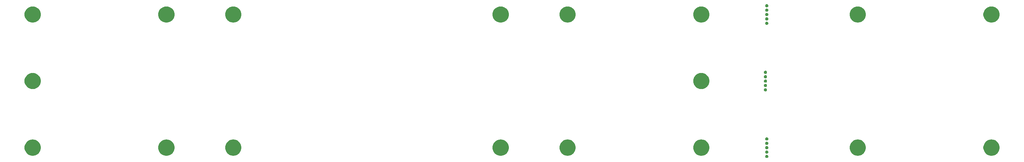
<source format=gbr>
G04 #@! TF.GenerationSoftware,KiCad,Pcbnew,(5.1.2-1)-1*
G04 #@! TF.CreationDate,2020-05-24T08:12:45-05:00*
G04 #@! TF.ProjectId,therick48.16_top_plate,74686572-6963-46b3-9438-2e31365f746f,rev?*
G04 #@! TF.SameCoordinates,Original*
G04 #@! TF.FileFunction,Soldermask,Bot*
G04 #@! TF.FilePolarity,Negative*
%FSLAX46Y46*%
G04 Gerber Fmt 4.6, Leading zero omitted, Abs format (unit mm)*
G04 Created by KiCad (PCBNEW (5.1.2-1)-1) date 2020-05-24 08:12:45*
%MOMM*%
%LPD*%
G04 APERTURE LIST*
%ADD10C,0.100000*%
G04 APERTURE END LIST*
D10*
G36*
X273731552Y-93646331D02*
G01*
X273813627Y-93680328D01*
X273813629Y-93680329D01*
X273850813Y-93705175D01*
X273887495Y-93729685D01*
X273950315Y-93792505D01*
X273999672Y-93866373D01*
X274033669Y-93948448D01*
X274051000Y-94035579D01*
X274051000Y-94124421D01*
X274033669Y-94211552D01*
X273999672Y-94293627D01*
X273999671Y-94293629D01*
X273950314Y-94367496D01*
X273887496Y-94430314D01*
X273813629Y-94479671D01*
X273813628Y-94479672D01*
X273813627Y-94479672D01*
X273731552Y-94513669D01*
X273644421Y-94531000D01*
X273555579Y-94531000D01*
X273468448Y-94513669D01*
X273386373Y-94479672D01*
X273386372Y-94479672D01*
X273386371Y-94479671D01*
X273312504Y-94430314D01*
X273249686Y-94367496D01*
X273200329Y-94293629D01*
X273200328Y-94293627D01*
X273166331Y-94211552D01*
X273149000Y-94124421D01*
X273149000Y-94035579D01*
X273166331Y-93948448D01*
X273200328Y-93866373D01*
X273249685Y-93792505D01*
X273312505Y-93729685D01*
X273349187Y-93705175D01*
X273386371Y-93680329D01*
X273386373Y-93680328D01*
X273468448Y-93646331D01*
X273555579Y-93629000D01*
X273644421Y-93629000D01*
X273731552Y-93646331D01*
X273731552Y-93646331D01*
G37*
G36*
X337888912Y-89323213D02*
G01*
X338111186Y-89367426D01*
X338529941Y-89540880D01*
X338906811Y-89792696D01*
X339227313Y-90113198D01*
X339479129Y-90490068D01*
X339652583Y-90908823D01*
X339741009Y-91353371D01*
X339741009Y-91806629D01*
X339652583Y-92251177D01*
X339479129Y-92669932D01*
X339227313Y-93046802D01*
X338906811Y-93367304D01*
X338529941Y-93619120D01*
X338111186Y-93792574D01*
X337888912Y-93836787D01*
X337666639Y-93881000D01*
X337213379Y-93881000D01*
X336991106Y-93836787D01*
X336768832Y-93792574D01*
X336350077Y-93619120D01*
X335973207Y-93367304D01*
X335652705Y-93046802D01*
X335400889Y-92669932D01*
X335227435Y-92251177D01*
X335139009Y-91806629D01*
X335139009Y-91353371D01*
X335227435Y-90908823D01*
X335400889Y-90490068D01*
X335652705Y-90113198D01*
X335973207Y-89792696D01*
X336350077Y-89540880D01*
X336768832Y-89367426D01*
X336991106Y-89323213D01*
X337213379Y-89279000D01*
X337666639Y-89279000D01*
X337888912Y-89323213D01*
X337888912Y-89323213D01*
G37*
G36*
X299888912Y-89323213D02*
G01*
X300111186Y-89367426D01*
X300529941Y-89540880D01*
X300906811Y-89792696D01*
X301227313Y-90113198D01*
X301479129Y-90490068D01*
X301652583Y-90908823D01*
X301741009Y-91353371D01*
X301741009Y-91806629D01*
X301652583Y-92251177D01*
X301479129Y-92669932D01*
X301227313Y-93046802D01*
X300906811Y-93367304D01*
X300529941Y-93619120D01*
X300111186Y-93792574D01*
X299888912Y-93836787D01*
X299666639Y-93881000D01*
X299213379Y-93881000D01*
X298991106Y-93836787D01*
X298768832Y-93792574D01*
X298350077Y-93619120D01*
X297973207Y-93367304D01*
X297652705Y-93046802D01*
X297400889Y-92669932D01*
X297227435Y-92251177D01*
X297139009Y-91806629D01*
X297139009Y-91353371D01*
X297227435Y-90908823D01*
X297400889Y-90490068D01*
X297652705Y-90113198D01*
X297973207Y-89792696D01*
X298350077Y-89540880D01*
X298768832Y-89367426D01*
X298991106Y-89323213D01*
X299213379Y-89279000D01*
X299666639Y-89279000D01*
X299888912Y-89323213D01*
X299888912Y-89323213D01*
G37*
G36*
X255428903Y-89323213D02*
G01*
X255651177Y-89367426D01*
X256069932Y-89540880D01*
X256446802Y-89792696D01*
X256767304Y-90113198D01*
X257019120Y-90490068D01*
X257192574Y-90908823D01*
X257281000Y-91353371D01*
X257281000Y-91806629D01*
X257192574Y-92251177D01*
X257019120Y-92669932D01*
X256767304Y-93046802D01*
X256446802Y-93367304D01*
X256069932Y-93619120D01*
X255651177Y-93792574D01*
X255428903Y-93836787D01*
X255206630Y-93881000D01*
X254753370Y-93881000D01*
X254531097Y-93836787D01*
X254308823Y-93792574D01*
X253890068Y-93619120D01*
X253513198Y-93367304D01*
X253192696Y-93046802D01*
X252940880Y-92669932D01*
X252767426Y-92251177D01*
X252679000Y-91806629D01*
X252679000Y-91353371D01*
X252767426Y-90908823D01*
X252940880Y-90490068D01*
X253192696Y-90113198D01*
X253513198Y-89792696D01*
X253890068Y-89540880D01*
X254308823Y-89367426D01*
X254531097Y-89323213D01*
X254753370Y-89279000D01*
X255206630Y-89279000D01*
X255428903Y-89323213D01*
X255428903Y-89323213D01*
G37*
G36*
X217428903Y-89323213D02*
G01*
X217651177Y-89367426D01*
X218069932Y-89540880D01*
X218446802Y-89792696D01*
X218767304Y-90113198D01*
X219019120Y-90490068D01*
X219192574Y-90908823D01*
X219281000Y-91353371D01*
X219281000Y-91806629D01*
X219192574Y-92251177D01*
X219019120Y-92669932D01*
X218767304Y-93046802D01*
X218446802Y-93367304D01*
X218069932Y-93619120D01*
X217651177Y-93792574D01*
X217428903Y-93836787D01*
X217206630Y-93881000D01*
X216753370Y-93881000D01*
X216531097Y-93836787D01*
X216308823Y-93792574D01*
X215890068Y-93619120D01*
X215513198Y-93367304D01*
X215192696Y-93046802D01*
X214940880Y-92669932D01*
X214767426Y-92251177D01*
X214679000Y-91806629D01*
X214679000Y-91353371D01*
X214767426Y-90908823D01*
X214940880Y-90490068D01*
X215192696Y-90113198D01*
X215513198Y-89792696D01*
X215890068Y-89540880D01*
X216308823Y-89367426D01*
X216531097Y-89323213D01*
X216753370Y-89279000D01*
X217206630Y-89279000D01*
X217428903Y-89323213D01*
X217428903Y-89323213D01*
G37*
G36*
X198428903Y-89323213D02*
G01*
X198651177Y-89367426D01*
X199069932Y-89540880D01*
X199446802Y-89792696D01*
X199767304Y-90113198D01*
X200019120Y-90490068D01*
X200192574Y-90908823D01*
X200281000Y-91353371D01*
X200281000Y-91806629D01*
X200192574Y-92251177D01*
X200019120Y-92669932D01*
X199767304Y-93046802D01*
X199446802Y-93367304D01*
X199069932Y-93619120D01*
X198651177Y-93792574D01*
X198428903Y-93836787D01*
X198206630Y-93881000D01*
X197753370Y-93881000D01*
X197531097Y-93836787D01*
X197308823Y-93792574D01*
X196890068Y-93619120D01*
X196513198Y-93367304D01*
X196192696Y-93046802D01*
X195940880Y-92669932D01*
X195767426Y-92251177D01*
X195679000Y-91806629D01*
X195679000Y-91353371D01*
X195767426Y-90908823D01*
X195940880Y-90490068D01*
X196192696Y-90113198D01*
X196513198Y-89792696D01*
X196890068Y-89540880D01*
X197308823Y-89367426D01*
X197531097Y-89323213D01*
X197753370Y-89279000D01*
X198206630Y-89279000D01*
X198428903Y-89323213D01*
X198428903Y-89323213D01*
G37*
G36*
X122428903Y-89323213D02*
G01*
X122651177Y-89367426D01*
X123069932Y-89540880D01*
X123446802Y-89792696D01*
X123767304Y-90113198D01*
X124019120Y-90490068D01*
X124192574Y-90908823D01*
X124281000Y-91353371D01*
X124281000Y-91806629D01*
X124192574Y-92251177D01*
X124019120Y-92669932D01*
X123767304Y-93046802D01*
X123446802Y-93367304D01*
X123069932Y-93619120D01*
X122651177Y-93792574D01*
X122428903Y-93836787D01*
X122206630Y-93881000D01*
X121753370Y-93881000D01*
X121531097Y-93836787D01*
X121308823Y-93792574D01*
X120890068Y-93619120D01*
X120513198Y-93367304D01*
X120192696Y-93046802D01*
X119940880Y-92669932D01*
X119767426Y-92251177D01*
X119679000Y-91806629D01*
X119679000Y-91353371D01*
X119767426Y-90908823D01*
X119940880Y-90490068D01*
X120192696Y-90113198D01*
X120513198Y-89792696D01*
X120890068Y-89540880D01*
X121308823Y-89367426D01*
X121531097Y-89323213D01*
X121753370Y-89279000D01*
X122206630Y-89279000D01*
X122428903Y-89323213D01*
X122428903Y-89323213D01*
G37*
G36*
X103428903Y-89323213D02*
G01*
X103651177Y-89367426D01*
X104069932Y-89540880D01*
X104446802Y-89792696D01*
X104767304Y-90113198D01*
X105019120Y-90490068D01*
X105192574Y-90908823D01*
X105281000Y-91353371D01*
X105281000Y-91806629D01*
X105192574Y-92251177D01*
X105019120Y-92669932D01*
X104767304Y-93046802D01*
X104446802Y-93367304D01*
X104069932Y-93619120D01*
X103651177Y-93792574D01*
X103428903Y-93836787D01*
X103206630Y-93881000D01*
X102753370Y-93881000D01*
X102531097Y-93836787D01*
X102308823Y-93792574D01*
X101890068Y-93619120D01*
X101513198Y-93367304D01*
X101192696Y-93046802D01*
X100940880Y-92669932D01*
X100767426Y-92251177D01*
X100679000Y-91806629D01*
X100679000Y-91353371D01*
X100767426Y-90908823D01*
X100940880Y-90490068D01*
X101192696Y-90113198D01*
X101513198Y-89792696D01*
X101890068Y-89540880D01*
X102308823Y-89367426D01*
X102531097Y-89323213D01*
X102753370Y-89279000D01*
X103206630Y-89279000D01*
X103428903Y-89323213D01*
X103428903Y-89323213D01*
G37*
G36*
X65428903Y-89323213D02*
G01*
X65651177Y-89367426D01*
X66069932Y-89540880D01*
X66446802Y-89792696D01*
X66767304Y-90113198D01*
X67019120Y-90490068D01*
X67192574Y-90908823D01*
X67281000Y-91353371D01*
X67281000Y-91806629D01*
X67192574Y-92251177D01*
X67019120Y-92669932D01*
X66767304Y-93046802D01*
X66446802Y-93367304D01*
X66069932Y-93619120D01*
X65651177Y-93792574D01*
X65428903Y-93836787D01*
X65206630Y-93881000D01*
X64753370Y-93881000D01*
X64531097Y-93836787D01*
X64308823Y-93792574D01*
X63890068Y-93619120D01*
X63513198Y-93367304D01*
X63192696Y-93046802D01*
X62940880Y-92669932D01*
X62767426Y-92251177D01*
X62679000Y-91806629D01*
X62679000Y-91353371D01*
X62767426Y-90908823D01*
X62940880Y-90490068D01*
X63192696Y-90113198D01*
X63513198Y-89792696D01*
X63890068Y-89540880D01*
X64308823Y-89367426D01*
X64531097Y-89323213D01*
X64753370Y-89279000D01*
X65206630Y-89279000D01*
X65428903Y-89323213D01*
X65428903Y-89323213D01*
G37*
G36*
X273731552Y-92396331D02*
G01*
X273813627Y-92430328D01*
X273813629Y-92430329D01*
X273850813Y-92455175D01*
X273887495Y-92479685D01*
X273950315Y-92542505D01*
X273999672Y-92616373D01*
X274033669Y-92698448D01*
X274051000Y-92785579D01*
X274051000Y-92874421D01*
X274033669Y-92961552D01*
X273999672Y-93043627D01*
X273999671Y-93043629D01*
X273950314Y-93117496D01*
X273887496Y-93180314D01*
X273813629Y-93229671D01*
X273813628Y-93229672D01*
X273813627Y-93229672D01*
X273731552Y-93263669D01*
X273644421Y-93281000D01*
X273555579Y-93281000D01*
X273468448Y-93263669D01*
X273386373Y-93229672D01*
X273386372Y-93229672D01*
X273386371Y-93229671D01*
X273312504Y-93180314D01*
X273249686Y-93117496D01*
X273200329Y-93043629D01*
X273200328Y-93043627D01*
X273166331Y-92961552D01*
X273149000Y-92874421D01*
X273149000Y-92785579D01*
X273166331Y-92698448D01*
X273200328Y-92616373D01*
X273249685Y-92542505D01*
X273312505Y-92479685D01*
X273349187Y-92455175D01*
X273386371Y-92430329D01*
X273386373Y-92430328D01*
X273468448Y-92396331D01*
X273555579Y-92379000D01*
X273644421Y-92379000D01*
X273731552Y-92396331D01*
X273731552Y-92396331D01*
G37*
G36*
X273731552Y-91146331D02*
G01*
X273813627Y-91180328D01*
X273813629Y-91180329D01*
X273887496Y-91229686D01*
X273950314Y-91292504D01*
X273990985Y-91353371D01*
X273999672Y-91366373D01*
X274033669Y-91448448D01*
X274051000Y-91535579D01*
X274051000Y-91624421D01*
X274033669Y-91711552D01*
X273999672Y-91793627D01*
X273999671Y-91793629D01*
X273950314Y-91867496D01*
X273887496Y-91930314D01*
X273813629Y-91979671D01*
X273813628Y-91979672D01*
X273813627Y-91979672D01*
X273731552Y-92013669D01*
X273644421Y-92031000D01*
X273555579Y-92031000D01*
X273468448Y-92013669D01*
X273386373Y-91979672D01*
X273386372Y-91979672D01*
X273386371Y-91979671D01*
X273312504Y-91930314D01*
X273249686Y-91867496D01*
X273200329Y-91793629D01*
X273200328Y-91793627D01*
X273166331Y-91711552D01*
X273149000Y-91624421D01*
X273149000Y-91535579D01*
X273166331Y-91448448D01*
X273200328Y-91366373D01*
X273209016Y-91353371D01*
X273249686Y-91292504D01*
X273312504Y-91229686D01*
X273386371Y-91180329D01*
X273386373Y-91180328D01*
X273468448Y-91146331D01*
X273555579Y-91129000D01*
X273644421Y-91129000D01*
X273731552Y-91146331D01*
X273731552Y-91146331D01*
G37*
G36*
X273731552Y-89896331D02*
G01*
X273813627Y-89930328D01*
X273813629Y-89930329D01*
X273887496Y-89979686D01*
X273950314Y-90042504D01*
X273997552Y-90113199D01*
X273999672Y-90116373D01*
X274033669Y-90198448D01*
X274051000Y-90285579D01*
X274051000Y-90374421D01*
X274033669Y-90461552D01*
X274021856Y-90490070D01*
X273999671Y-90543629D01*
X273950314Y-90617496D01*
X273887496Y-90680314D01*
X273813629Y-90729671D01*
X273813628Y-90729672D01*
X273813627Y-90729672D01*
X273731552Y-90763669D01*
X273644421Y-90781000D01*
X273555579Y-90781000D01*
X273468448Y-90763669D01*
X273386373Y-90729672D01*
X273386372Y-90729672D01*
X273386371Y-90729671D01*
X273312504Y-90680314D01*
X273249686Y-90617496D01*
X273200329Y-90543629D01*
X273178144Y-90490070D01*
X273166331Y-90461552D01*
X273149000Y-90374421D01*
X273149000Y-90285579D01*
X273166331Y-90198448D01*
X273200328Y-90116373D01*
X273202449Y-90113199D01*
X273249686Y-90042504D01*
X273312504Y-89979686D01*
X273386371Y-89930329D01*
X273386373Y-89930328D01*
X273468448Y-89896331D01*
X273555579Y-89879000D01*
X273644421Y-89879000D01*
X273731552Y-89896331D01*
X273731552Y-89896331D01*
G37*
G36*
X273731552Y-88646331D02*
G01*
X273813627Y-88680328D01*
X273813629Y-88680329D01*
X273850813Y-88705175D01*
X273887495Y-88729685D01*
X273950315Y-88792505D01*
X273999672Y-88866373D01*
X274033669Y-88948448D01*
X274051000Y-89035579D01*
X274051000Y-89124421D01*
X274033669Y-89211552D01*
X273999672Y-89293627D01*
X273999671Y-89293629D01*
X273950314Y-89367496D01*
X273887496Y-89430314D01*
X273813629Y-89479671D01*
X273813628Y-89479672D01*
X273813627Y-89479672D01*
X273731552Y-89513669D01*
X273644421Y-89531000D01*
X273555579Y-89531000D01*
X273468448Y-89513669D01*
X273386373Y-89479672D01*
X273386372Y-89479672D01*
X273386371Y-89479671D01*
X273312504Y-89430314D01*
X273249686Y-89367496D01*
X273200329Y-89293629D01*
X273200328Y-89293627D01*
X273166331Y-89211552D01*
X273149000Y-89124421D01*
X273149000Y-89035579D01*
X273166331Y-88948448D01*
X273200328Y-88866373D01*
X273249685Y-88792505D01*
X273312505Y-88729685D01*
X273349187Y-88705175D01*
X273386371Y-88680329D01*
X273386373Y-88680328D01*
X273468448Y-88646331D01*
X273555579Y-88629000D01*
X273644421Y-88629000D01*
X273731552Y-88646331D01*
X273731552Y-88646331D01*
G37*
G36*
X273351552Y-74646331D02*
G01*
X273433627Y-74680328D01*
X273433629Y-74680329D01*
X273470813Y-74705175D01*
X273507495Y-74729685D01*
X273570315Y-74792505D01*
X273619672Y-74866373D01*
X273653669Y-74948448D01*
X273671000Y-75035579D01*
X273671000Y-75124421D01*
X273653669Y-75211552D01*
X273619672Y-75293627D01*
X273619671Y-75293629D01*
X273570314Y-75367496D01*
X273507496Y-75430314D01*
X273433629Y-75479671D01*
X273433628Y-75479672D01*
X273433627Y-75479672D01*
X273351552Y-75513669D01*
X273264421Y-75531000D01*
X273175579Y-75531000D01*
X273088448Y-75513669D01*
X273006373Y-75479672D01*
X273006372Y-75479672D01*
X273006371Y-75479671D01*
X272932504Y-75430314D01*
X272869686Y-75367496D01*
X272820329Y-75293629D01*
X272820328Y-75293627D01*
X272786331Y-75211552D01*
X272769000Y-75124421D01*
X272769000Y-75035579D01*
X272786331Y-74948448D01*
X272820328Y-74866373D01*
X272869685Y-74792505D01*
X272932505Y-74729685D01*
X272969187Y-74705175D01*
X273006371Y-74680329D01*
X273006373Y-74680328D01*
X273088448Y-74646331D01*
X273175579Y-74629000D01*
X273264421Y-74629000D01*
X273351552Y-74646331D01*
X273351552Y-74646331D01*
G37*
G36*
X255428903Y-70323213D02*
G01*
X255651177Y-70367426D01*
X256069932Y-70540880D01*
X256446802Y-70792696D01*
X256767304Y-71113198D01*
X257019120Y-71490068D01*
X257192574Y-71908823D01*
X257281000Y-72353371D01*
X257281000Y-72806629D01*
X257192574Y-73251177D01*
X257019120Y-73669932D01*
X256767304Y-74046802D01*
X256446802Y-74367304D01*
X256069932Y-74619120D01*
X255651177Y-74792574D01*
X255428903Y-74836787D01*
X255206630Y-74881000D01*
X254753370Y-74881000D01*
X254531097Y-74836787D01*
X254308823Y-74792574D01*
X253890068Y-74619120D01*
X253513198Y-74367304D01*
X253192696Y-74046802D01*
X252940880Y-73669932D01*
X252767426Y-73251177D01*
X252679000Y-72806629D01*
X252679000Y-72353371D01*
X252767426Y-71908823D01*
X252940880Y-71490068D01*
X253192696Y-71113198D01*
X253513198Y-70792696D01*
X253890068Y-70540880D01*
X254308823Y-70367426D01*
X254531097Y-70323213D01*
X254753370Y-70279000D01*
X255206630Y-70279000D01*
X255428903Y-70323213D01*
X255428903Y-70323213D01*
G37*
G36*
X65428903Y-70323213D02*
G01*
X65651177Y-70367426D01*
X66069932Y-70540880D01*
X66446802Y-70792696D01*
X66767304Y-71113198D01*
X67019120Y-71490068D01*
X67192574Y-71908823D01*
X67281000Y-72353371D01*
X67281000Y-72806629D01*
X67192574Y-73251177D01*
X67019120Y-73669932D01*
X66767304Y-74046802D01*
X66446802Y-74367304D01*
X66069932Y-74619120D01*
X65651177Y-74792574D01*
X65428903Y-74836787D01*
X65206630Y-74881000D01*
X64753370Y-74881000D01*
X64531097Y-74836787D01*
X64308823Y-74792574D01*
X63890068Y-74619120D01*
X63513198Y-74367304D01*
X63192696Y-74046802D01*
X62940880Y-73669932D01*
X62767426Y-73251177D01*
X62679000Y-72806629D01*
X62679000Y-72353371D01*
X62767426Y-71908823D01*
X62940880Y-71490068D01*
X63192696Y-71113198D01*
X63513198Y-70792696D01*
X63890068Y-70540880D01*
X64308823Y-70367426D01*
X64531097Y-70323213D01*
X64753370Y-70279000D01*
X65206630Y-70279000D01*
X65428903Y-70323213D01*
X65428903Y-70323213D01*
G37*
G36*
X273351552Y-73396331D02*
G01*
X273433627Y-73430328D01*
X273433629Y-73430329D01*
X273470813Y-73455175D01*
X273507495Y-73479685D01*
X273570315Y-73542505D01*
X273619672Y-73616373D01*
X273653669Y-73698448D01*
X273671000Y-73785579D01*
X273671000Y-73874421D01*
X273653669Y-73961552D01*
X273619672Y-74043627D01*
X273619671Y-74043629D01*
X273570314Y-74117496D01*
X273507496Y-74180314D01*
X273433629Y-74229671D01*
X273433628Y-74229672D01*
X273433627Y-74229672D01*
X273351552Y-74263669D01*
X273264421Y-74281000D01*
X273175579Y-74281000D01*
X273088448Y-74263669D01*
X273006373Y-74229672D01*
X273006372Y-74229672D01*
X273006371Y-74229671D01*
X272932504Y-74180314D01*
X272869686Y-74117496D01*
X272820329Y-74043629D01*
X272820328Y-74043627D01*
X272786331Y-73961552D01*
X272769000Y-73874421D01*
X272769000Y-73785579D01*
X272786331Y-73698448D01*
X272820328Y-73616373D01*
X272869685Y-73542505D01*
X272932505Y-73479685D01*
X272969187Y-73455175D01*
X273006371Y-73430329D01*
X273006373Y-73430328D01*
X273088448Y-73396331D01*
X273175579Y-73379000D01*
X273264421Y-73379000D01*
X273351552Y-73396331D01*
X273351552Y-73396331D01*
G37*
G36*
X273351552Y-72146331D02*
G01*
X273433627Y-72180328D01*
X273433629Y-72180329D01*
X273507496Y-72229686D01*
X273570314Y-72292504D01*
X273610985Y-72353371D01*
X273619672Y-72366373D01*
X273653669Y-72448448D01*
X273671000Y-72535579D01*
X273671000Y-72624421D01*
X273653669Y-72711552D01*
X273619672Y-72793627D01*
X273619671Y-72793629D01*
X273570314Y-72867496D01*
X273507496Y-72930314D01*
X273433629Y-72979671D01*
X273433628Y-72979672D01*
X273433627Y-72979672D01*
X273351552Y-73013669D01*
X273264421Y-73031000D01*
X273175579Y-73031000D01*
X273088448Y-73013669D01*
X273006373Y-72979672D01*
X273006372Y-72979672D01*
X273006371Y-72979671D01*
X272932504Y-72930314D01*
X272869686Y-72867496D01*
X272820329Y-72793629D01*
X272820328Y-72793627D01*
X272786331Y-72711552D01*
X272769000Y-72624421D01*
X272769000Y-72535579D01*
X272786331Y-72448448D01*
X272820328Y-72366373D01*
X272829016Y-72353371D01*
X272869686Y-72292504D01*
X272932504Y-72229686D01*
X273006371Y-72180329D01*
X273006373Y-72180328D01*
X273088448Y-72146331D01*
X273175579Y-72129000D01*
X273264421Y-72129000D01*
X273351552Y-72146331D01*
X273351552Y-72146331D01*
G37*
G36*
X273351552Y-70896331D02*
G01*
X273433627Y-70930328D01*
X273433629Y-70930329D01*
X273507496Y-70979686D01*
X273570314Y-71042504D01*
X273617552Y-71113199D01*
X273619672Y-71116373D01*
X273653669Y-71198448D01*
X273671000Y-71285579D01*
X273671000Y-71374421D01*
X273653669Y-71461552D01*
X273641856Y-71490070D01*
X273619671Y-71543629D01*
X273570314Y-71617496D01*
X273507496Y-71680314D01*
X273433629Y-71729671D01*
X273433628Y-71729672D01*
X273433627Y-71729672D01*
X273351552Y-71763669D01*
X273264421Y-71781000D01*
X273175579Y-71781000D01*
X273088448Y-71763669D01*
X273006373Y-71729672D01*
X273006372Y-71729672D01*
X273006371Y-71729671D01*
X272932504Y-71680314D01*
X272869686Y-71617496D01*
X272820329Y-71543629D01*
X272798144Y-71490070D01*
X272786331Y-71461552D01*
X272769000Y-71374421D01*
X272769000Y-71285579D01*
X272786331Y-71198448D01*
X272820328Y-71116373D01*
X272822449Y-71113199D01*
X272869686Y-71042504D01*
X272932504Y-70979686D01*
X273006371Y-70930329D01*
X273006373Y-70930328D01*
X273088448Y-70896331D01*
X273175579Y-70879000D01*
X273264421Y-70879000D01*
X273351552Y-70896331D01*
X273351552Y-70896331D01*
G37*
G36*
X273351552Y-69646331D02*
G01*
X273433627Y-69680328D01*
X273433629Y-69680329D01*
X273470813Y-69705175D01*
X273507495Y-69729685D01*
X273570315Y-69792505D01*
X273619672Y-69866373D01*
X273653669Y-69948448D01*
X273671000Y-70035579D01*
X273671000Y-70124421D01*
X273653669Y-70211552D01*
X273619672Y-70293627D01*
X273619671Y-70293629D01*
X273570314Y-70367496D01*
X273507496Y-70430314D01*
X273433629Y-70479671D01*
X273433628Y-70479672D01*
X273433627Y-70479672D01*
X273351552Y-70513669D01*
X273264421Y-70531000D01*
X273175579Y-70531000D01*
X273088448Y-70513669D01*
X273006373Y-70479672D01*
X273006372Y-70479672D01*
X273006371Y-70479671D01*
X272932504Y-70430314D01*
X272869686Y-70367496D01*
X272820329Y-70293629D01*
X272820328Y-70293627D01*
X272786331Y-70211552D01*
X272769000Y-70124421D01*
X272769000Y-70035579D01*
X272786331Y-69948448D01*
X272820328Y-69866373D01*
X272869685Y-69792505D01*
X272932505Y-69729685D01*
X272969187Y-69705175D01*
X273006371Y-69680329D01*
X273006373Y-69680328D01*
X273088448Y-69646331D01*
X273175579Y-69629000D01*
X273264421Y-69629000D01*
X273351552Y-69646331D01*
X273351552Y-69646331D01*
G37*
G36*
X273731552Y-55646331D02*
G01*
X273813627Y-55680328D01*
X273813629Y-55680329D01*
X273850813Y-55705175D01*
X273887495Y-55729685D01*
X273950315Y-55792505D01*
X273999672Y-55866373D01*
X274033669Y-55948448D01*
X274051000Y-56035579D01*
X274051000Y-56124421D01*
X274033669Y-56211552D01*
X273999672Y-56293627D01*
X273999671Y-56293629D01*
X273950314Y-56367496D01*
X273887496Y-56430314D01*
X273813629Y-56479671D01*
X273813628Y-56479672D01*
X273813627Y-56479672D01*
X273731552Y-56513669D01*
X273644421Y-56531000D01*
X273555579Y-56531000D01*
X273468448Y-56513669D01*
X273386373Y-56479672D01*
X273386372Y-56479672D01*
X273386371Y-56479671D01*
X273312504Y-56430314D01*
X273249686Y-56367496D01*
X273200329Y-56293629D01*
X273200328Y-56293627D01*
X273166331Y-56211552D01*
X273149000Y-56124421D01*
X273149000Y-56035579D01*
X273166331Y-55948448D01*
X273200328Y-55866373D01*
X273249685Y-55792505D01*
X273312505Y-55729685D01*
X273349187Y-55705175D01*
X273386371Y-55680329D01*
X273386373Y-55680328D01*
X273468448Y-55646331D01*
X273555579Y-55629000D01*
X273644421Y-55629000D01*
X273731552Y-55646331D01*
X273731552Y-55646331D01*
G37*
G36*
X299888912Y-51323213D02*
G01*
X300111186Y-51367426D01*
X300529941Y-51540880D01*
X300906811Y-51792696D01*
X301227313Y-52113198D01*
X301479129Y-52490068D01*
X301652583Y-52908823D01*
X301741009Y-53353371D01*
X301741009Y-53806629D01*
X301652583Y-54251177D01*
X301479129Y-54669932D01*
X301227313Y-55046802D01*
X300906811Y-55367304D01*
X300529941Y-55619120D01*
X300111186Y-55792574D01*
X299888912Y-55836787D01*
X299666639Y-55881000D01*
X299213379Y-55881000D01*
X298991106Y-55836787D01*
X298768832Y-55792574D01*
X298350077Y-55619120D01*
X297973207Y-55367304D01*
X297652705Y-55046802D01*
X297400889Y-54669932D01*
X297227435Y-54251177D01*
X297139009Y-53806629D01*
X297139009Y-53353371D01*
X297227435Y-52908823D01*
X297400889Y-52490068D01*
X297652705Y-52113198D01*
X297973207Y-51792696D01*
X298350077Y-51540880D01*
X298768832Y-51367426D01*
X298991106Y-51323213D01*
X299213379Y-51279000D01*
X299666639Y-51279000D01*
X299888912Y-51323213D01*
X299888912Y-51323213D01*
G37*
G36*
X337888912Y-51323213D02*
G01*
X338111186Y-51367426D01*
X338529941Y-51540880D01*
X338906811Y-51792696D01*
X339227313Y-52113198D01*
X339479129Y-52490068D01*
X339652583Y-52908823D01*
X339741009Y-53353371D01*
X339741009Y-53806629D01*
X339652583Y-54251177D01*
X339479129Y-54669932D01*
X339227313Y-55046802D01*
X338906811Y-55367304D01*
X338529941Y-55619120D01*
X338111186Y-55792574D01*
X337888912Y-55836787D01*
X337666639Y-55881000D01*
X337213379Y-55881000D01*
X336991106Y-55836787D01*
X336768832Y-55792574D01*
X336350077Y-55619120D01*
X335973207Y-55367304D01*
X335652705Y-55046802D01*
X335400889Y-54669932D01*
X335227435Y-54251177D01*
X335139009Y-53806629D01*
X335139009Y-53353371D01*
X335227435Y-52908823D01*
X335400889Y-52490068D01*
X335652705Y-52113198D01*
X335973207Y-51792696D01*
X336350077Y-51540880D01*
X336768832Y-51367426D01*
X336991106Y-51323213D01*
X337213379Y-51279000D01*
X337666639Y-51279000D01*
X337888912Y-51323213D01*
X337888912Y-51323213D01*
G37*
G36*
X255428903Y-51323213D02*
G01*
X255651177Y-51367426D01*
X256069932Y-51540880D01*
X256446802Y-51792696D01*
X256767304Y-52113198D01*
X257019120Y-52490068D01*
X257192574Y-52908823D01*
X257281000Y-53353371D01*
X257281000Y-53806629D01*
X257192574Y-54251177D01*
X257019120Y-54669932D01*
X256767304Y-55046802D01*
X256446802Y-55367304D01*
X256069932Y-55619120D01*
X255651177Y-55792574D01*
X255428903Y-55836787D01*
X255206630Y-55881000D01*
X254753370Y-55881000D01*
X254531097Y-55836787D01*
X254308823Y-55792574D01*
X253890068Y-55619120D01*
X253513198Y-55367304D01*
X253192696Y-55046802D01*
X252940880Y-54669932D01*
X252767426Y-54251177D01*
X252679000Y-53806629D01*
X252679000Y-53353371D01*
X252767426Y-52908823D01*
X252940880Y-52490068D01*
X253192696Y-52113198D01*
X253513198Y-51792696D01*
X253890068Y-51540880D01*
X254308823Y-51367426D01*
X254531097Y-51323213D01*
X254753370Y-51279000D01*
X255206630Y-51279000D01*
X255428903Y-51323213D01*
X255428903Y-51323213D01*
G37*
G36*
X65428903Y-51323213D02*
G01*
X65651177Y-51367426D01*
X66069932Y-51540880D01*
X66446802Y-51792696D01*
X66767304Y-52113198D01*
X67019120Y-52490068D01*
X67192574Y-52908823D01*
X67281000Y-53353371D01*
X67281000Y-53806629D01*
X67192574Y-54251177D01*
X67019120Y-54669932D01*
X66767304Y-55046802D01*
X66446802Y-55367304D01*
X66069932Y-55619120D01*
X65651177Y-55792574D01*
X65428903Y-55836787D01*
X65206630Y-55881000D01*
X64753370Y-55881000D01*
X64531097Y-55836787D01*
X64308823Y-55792574D01*
X63890068Y-55619120D01*
X63513198Y-55367304D01*
X63192696Y-55046802D01*
X62940880Y-54669932D01*
X62767426Y-54251177D01*
X62679000Y-53806629D01*
X62679000Y-53353371D01*
X62767426Y-52908823D01*
X62940880Y-52490068D01*
X63192696Y-52113198D01*
X63513198Y-51792696D01*
X63890068Y-51540880D01*
X64308823Y-51367426D01*
X64531097Y-51323213D01*
X64753370Y-51279000D01*
X65206630Y-51279000D01*
X65428903Y-51323213D01*
X65428903Y-51323213D01*
G37*
G36*
X217428903Y-51323213D02*
G01*
X217651177Y-51367426D01*
X218069932Y-51540880D01*
X218446802Y-51792696D01*
X218767304Y-52113198D01*
X219019120Y-52490068D01*
X219192574Y-52908823D01*
X219281000Y-53353371D01*
X219281000Y-53806629D01*
X219192574Y-54251177D01*
X219019120Y-54669932D01*
X218767304Y-55046802D01*
X218446802Y-55367304D01*
X218069932Y-55619120D01*
X217651177Y-55792574D01*
X217428903Y-55836787D01*
X217206630Y-55881000D01*
X216753370Y-55881000D01*
X216531097Y-55836787D01*
X216308823Y-55792574D01*
X215890068Y-55619120D01*
X215513198Y-55367304D01*
X215192696Y-55046802D01*
X214940880Y-54669932D01*
X214767426Y-54251177D01*
X214679000Y-53806629D01*
X214679000Y-53353371D01*
X214767426Y-52908823D01*
X214940880Y-52490068D01*
X215192696Y-52113198D01*
X215513198Y-51792696D01*
X215890068Y-51540880D01*
X216308823Y-51367426D01*
X216531097Y-51323213D01*
X216753370Y-51279000D01*
X217206630Y-51279000D01*
X217428903Y-51323213D01*
X217428903Y-51323213D01*
G37*
G36*
X198428903Y-51323213D02*
G01*
X198651177Y-51367426D01*
X199069932Y-51540880D01*
X199446802Y-51792696D01*
X199767304Y-52113198D01*
X200019120Y-52490068D01*
X200192574Y-52908823D01*
X200281000Y-53353371D01*
X200281000Y-53806629D01*
X200192574Y-54251177D01*
X200019120Y-54669932D01*
X199767304Y-55046802D01*
X199446802Y-55367304D01*
X199069932Y-55619120D01*
X198651177Y-55792574D01*
X198428903Y-55836787D01*
X198206630Y-55881000D01*
X197753370Y-55881000D01*
X197531097Y-55836787D01*
X197308823Y-55792574D01*
X196890068Y-55619120D01*
X196513198Y-55367304D01*
X196192696Y-55046802D01*
X195940880Y-54669932D01*
X195767426Y-54251177D01*
X195679000Y-53806629D01*
X195679000Y-53353371D01*
X195767426Y-52908823D01*
X195940880Y-52490068D01*
X196192696Y-52113198D01*
X196513198Y-51792696D01*
X196890068Y-51540880D01*
X197308823Y-51367426D01*
X197531097Y-51323213D01*
X197753370Y-51279000D01*
X198206630Y-51279000D01*
X198428903Y-51323213D01*
X198428903Y-51323213D01*
G37*
G36*
X122428903Y-51323213D02*
G01*
X122651177Y-51367426D01*
X123069932Y-51540880D01*
X123446802Y-51792696D01*
X123767304Y-52113198D01*
X124019120Y-52490068D01*
X124192574Y-52908823D01*
X124281000Y-53353371D01*
X124281000Y-53806629D01*
X124192574Y-54251177D01*
X124019120Y-54669932D01*
X123767304Y-55046802D01*
X123446802Y-55367304D01*
X123069932Y-55619120D01*
X122651177Y-55792574D01*
X122428903Y-55836787D01*
X122206630Y-55881000D01*
X121753370Y-55881000D01*
X121531097Y-55836787D01*
X121308823Y-55792574D01*
X120890068Y-55619120D01*
X120513198Y-55367304D01*
X120192696Y-55046802D01*
X119940880Y-54669932D01*
X119767426Y-54251177D01*
X119679000Y-53806629D01*
X119679000Y-53353371D01*
X119767426Y-52908823D01*
X119940880Y-52490068D01*
X120192696Y-52113198D01*
X120513198Y-51792696D01*
X120890068Y-51540880D01*
X121308823Y-51367426D01*
X121531097Y-51323213D01*
X121753370Y-51279000D01*
X122206630Y-51279000D01*
X122428903Y-51323213D01*
X122428903Y-51323213D01*
G37*
G36*
X103428903Y-51323213D02*
G01*
X103651177Y-51367426D01*
X104069932Y-51540880D01*
X104446802Y-51792696D01*
X104767304Y-52113198D01*
X105019120Y-52490068D01*
X105192574Y-52908823D01*
X105281000Y-53353371D01*
X105281000Y-53806629D01*
X105192574Y-54251177D01*
X105019120Y-54669932D01*
X104767304Y-55046802D01*
X104446802Y-55367304D01*
X104069932Y-55619120D01*
X103651177Y-55792574D01*
X103428903Y-55836787D01*
X103206630Y-55881000D01*
X102753370Y-55881000D01*
X102531097Y-55836787D01*
X102308823Y-55792574D01*
X101890068Y-55619120D01*
X101513198Y-55367304D01*
X101192696Y-55046802D01*
X100940880Y-54669932D01*
X100767426Y-54251177D01*
X100679000Y-53806629D01*
X100679000Y-53353371D01*
X100767426Y-52908823D01*
X100940880Y-52490068D01*
X101192696Y-52113198D01*
X101513198Y-51792696D01*
X101890068Y-51540880D01*
X102308823Y-51367426D01*
X102531097Y-51323213D01*
X102753370Y-51279000D01*
X103206630Y-51279000D01*
X103428903Y-51323213D01*
X103428903Y-51323213D01*
G37*
G36*
X273731552Y-54396331D02*
G01*
X273813627Y-54430328D01*
X273813629Y-54430329D01*
X273850813Y-54455175D01*
X273887495Y-54479685D01*
X273950315Y-54542505D01*
X273999672Y-54616373D01*
X274033669Y-54698448D01*
X274051000Y-54785579D01*
X274051000Y-54874421D01*
X274033669Y-54961552D01*
X273999672Y-55043627D01*
X273999671Y-55043629D01*
X273950314Y-55117496D01*
X273887496Y-55180314D01*
X273813629Y-55229671D01*
X273813628Y-55229672D01*
X273813627Y-55229672D01*
X273731552Y-55263669D01*
X273644421Y-55281000D01*
X273555579Y-55281000D01*
X273468448Y-55263669D01*
X273386373Y-55229672D01*
X273386372Y-55229672D01*
X273386371Y-55229671D01*
X273312504Y-55180314D01*
X273249686Y-55117496D01*
X273200329Y-55043629D01*
X273200328Y-55043627D01*
X273166331Y-54961552D01*
X273149000Y-54874421D01*
X273149000Y-54785579D01*
X273166331Y-54698448D01*
X273200328Y-54616373D01*
X273249685Y-54542505D01*
X273312505Y-54479685D01*
X273349187Y-54455175D01*
X273386371Y-54430329D01*
X273386373Y-54430328D01*
X273468448Y-54396331D01*
X273555579Y-54379000D01*
X273644421Y-54379000D01*
X273731552Y-54396331D01*
X273731552Y-54396331D01*
G37*
G36*
X273731552Y-53146331D02*
G01*
X273813627Y-53180328D01*
X273813629Y-53180329D01*
X273887496Y-53229686D01*
X273950314Y-53292504D01*
X273990985Y-53353371D01*
X273999672Y-53366373D01*
X274033669Y-53448448D01*
X274051000Y-53535579D01*
X274051000Y-53624421D01*
X274033669Y-53711552D01*
X273999672Y-53793627D01*
X273999671Y-53793629D01*
X273950314Y-53867496D01*
X273887496Y-53930314D01*
X273813629Y-53979671D01*
X273813628Y-53979672D01*
X273813627Y-53979672D01*
X273731552Y-54013669D01*
X273644421Y-54031000D01*
X273555579Y-54031000D01*
X273468448Y-54013669D01*
X273386373Y-53979672D01*
X273386372Y-53979672D01*
X273386371Y-53979671D01*
X273312504Y-53930314D01*
X273249686Y-53867496D01*
X273200329Y-53793629D01*
X273200328Y-53793627D01*
X273166331Y-53711552D01*
X273149000Y-53624421D01*
X273149000Y-53535579D01*
X273166331Y-53448448D01*
X273200328Y-53366373D01*
X273209016Y-53353371D01*
X273249686Y-53292504D01*
X273312504Y-53229686D01*
X273386371Y-53180329D01*
X273386373Y-53180328D01*
X273468448Y-53146331D01*
X273555579Y-53129000D01*
X273644421Y-53129000D01*
X273731552Y-53146331D01*
X273731552Y-53146331D01*
G37*
G36*
X273731552Y-51896331D02*
G01*
X273813627Y-51930328D01*
X273813629Y-51930329D01*
X273887496Y-51979686D01*
X273950314Y-52042504D01*
X273997552Y-52113199D01*
X273999672Y-52116373D01*
X274033669Y-52198448D01*
X274051000Y-52285579D01*
X274051000Y-52374421D01*
X274033669Y-52461552D01*
X274021856Y-52490070D01*
X273999671Y-52543629D01*
X273950314Y-52617496D01*
X273887496Y-52680314D01*
X273813629Y-52729671D01*
X273813628Y-52729672D01*
X273813627Y-52729672D01*
X273731552Y-52763669D01*
X273644421Y-52781000D01*
X273555579Y-52781000D01*
X273468448Y-52763669D01*
X273386373Y-52729672D01*
X273386372Y-52729672D01*
X273386371Y-52729671D01*
X273312504Y-52680314D01*
X273249686Y-52617496D01*
X273200329Y-52543629D01*
X273178144Y-52490070D01*
X273166331Y-52461552D01*
X273149000Y-52374421D01*
X273149000Y-52285579D01*
X273166331Y-52198448D01*
X273200328Y-52116373D01*
X273202449Y-52113199D01*
X273249686Y-52042504D01*
X273312504Y-51979686D01*
X273386371Y-51930329D01*
X273386373Y-51930328D01*
X273468448Y-51896331D01*
X273555579Y-51879000D01*
X273644421Y-51879000D01*
X273731552Y-51896331D01*
X273731552Y-51896331D01*
G37*
G36*
X273731552Y-50646331D02*
G01*
X273813627Y-50680328D01*
X273813629Y-50680329D01*
X273850813Y-50705175D01*
X273887495Y-50729685D01*
X273950315Y-50792505D01*
X273999672Y-50866373D01*
X274033669Y-50948448D01*
X274051000Y-51035579D01*
X274051000Y-51124421D01*
X274033669Y-51211552D01*
X273999672Y-51293627D01*
X273999671Y-51293629D01*
X273950314Y-51367496D01*
X273887496Y-51430314D01*
X273813629Y-51479671D01*
X273813628Y-51479672D01*
X273813627Y-51479672D01*
X273731552Y-51513669D01*
X273644421Y-51531000D01*
X273555579Y-51531000D01*
X273468448Y-51513669D01*
X273386373Y-51479672D01*
X273386372Y-51479672D01*
X273386371Y-51479671D01*
X273312504Y-51430314D01*
X273249686Y-51367496D01*
X273200329Y-51293629D01*
X273200328Y-51293627D01*
X273166331Y-51211552D01*
X273149000Y-51124421D01*
X273149000Y-51035579D01*
X273166331Y-50948448D01*
X273200328Y-50866373D01*
X273249685Y-50792505D01*
X273312505Y-50729685D01*
X273349187Y-50705175D01*
X273386371Y-50680329D01*
X273386373Y-50680328D01*
X273468448Y-50646331D01*
X273555579Y-50629000D01*
X273644421Y-50629000D01*
X273731552Y-50646331D01*
X273731552Y-50646331D01*
G37*
M02*

</source>
